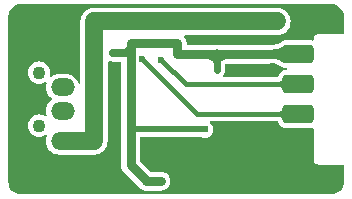
<source format=gbl>
G04*
G04 #@! TF.GenerationSoftware,Altium Limited,Altium Designer,22.3.1 (43)*
G04*
G04 Layer_Physical_Order=2*
G04 Layer_Color=15428901*
%FSTAX25Y25*%
%MOIN*%
G70*
G04*
G04 #@! TF.SameCoordinates,AA438D0C-BAC3-434F-BC1F-4FEAB2FC06D2*
G04*
G04*
G04 #@! TF.FilePolarity,Positive*
G04*
G01*
G75*
%ADD12C,0.01968*%
G04:AMPARAMS|DCode=27|XSize=62.99mil|YSize=106.3mil|CornerRadius=15.75mil|HoleSize=0mil|Usage=FLASHONLY|Rotation=270.000|XOffset=0mil|YOffset=0mil|HoleType=Round|Shape=RoundedRectangle|*
%AMROUNDEDRECTD27*
21,1,0.06299,0.07480,0,0,270.0*
21,1,0.03150,0.10630,0,0,270.0*
1,1,0.03150,-0.03740,-0.01575*
1,1,0.03150,-0.03740,0.01575*
1,1,0.03150,0.03740,0.01575*
1,1,0.03150,0.03740,-0.01575*
%
%ADD27ROUNDEDRECTD27*%
%ADD47C,0.02362*%
%ADD48C,0.01575*%
%ADD49C,0.03150*%
%ADD51C,0.05906*%
%ADD52C,0.02756*%
%ADD53C,0.02559*%
%ADD54O,0.07874X0.05906*%
%ADD55O,0.15000X0.06000*%
%ADD56C,0.04331*%
%ADD57C,0.02400*%
%ADD58C,0.02362*%
G36*
X0110299Y0065068D02*
X0111073Y0064833D01*
X0111785Y0064452D01*
X011241Y0063939D01*
X0112923Y0063315D01*
X0113304Y0062602D01*
X0113539Y0061828D01*
X0113616Y0061046D01*
X0113613Y0061024D01*
Y0055251D01*
X01053D01*
X0104838Y0055191D01*
X0104406Y0055012D01*
X0104036Y0054728D01*
X0103752Y0054358D01*
X0103574Y0053927D01*
X0103513Y0053465D01*
Y0053303D01*
X0103097Y0053025D01*
X0102898Y0053108D01*
X0102076Y0053216D01*
X0094595D01*
X0093773Y0053108D01*
X0093248Y0052891D01*
X0093243Y0052889D01*
X0093235Y0052885D01*
X0093007Y005279D01*
X0092883Y0052695D01*
X0092878Y0052693D01*
X0092558Y0052462D01*
X0092274Y0052283D01*
X009199Y0052127D01*
X0091703Y0051994D01*
X0091413Y0051882D01*
X0091118Y0051791D01*
X0090818Y0051721D01*
X0090511Y005167D01*
X0090219Y0051641D01*
X0061177D01*
Y0052265D01*
X0061068Y0053087D01*
X0060751Y0053853D01*
X0060397Y0054315D01*
X0060643Y0054815D01*
X00913D01*
X0092188Y0054902D01*
X0093041Y0055161D01*
X0093827Y0055582D01*
X0094517Y0056148D01*
X0095083Y0056837D01*
X0095503Y0057624D01*
X0095762Y0058477D01*
X009585Y0059365D01*
X0095762Y0060252D01*
X0095503Y0061106D01*
X0095083Y0061892D01*
X0094517Y0062581D01*
X0093827Y0063147D01*
X0093041Y0063568D01*
X0092188Y0063827D01*
X00913Y0063914D01*
X00303D01*
X0029412Y0063827D01*
X0028559Y0063568D01*
X0027772Y0063147D01*
X0027083Y0062581D01*
X0026517Y0061892D01*
X0026097Y0061106D01*
X0025838Y0060252D01*
X002575Y0059365D01*
Y0038645D01*
X0025251Y0038571D01*
X0025061Y0039195D01*
X0024641Y0039981D01*
X0024075Y004067D01*
X0023386Y0041236D01*
X0022599Y0041657D01*
X0021746Y0041916D01*
X0020858Y0042003D01*
X001889D01*
X0018002Y0041916D01*
X0017149Y0041657D01*
X0016362Y0041236D01*
X0016015Y0040951D01*
X001558Y0041241D01*
X0015686Y004159D01*
X0015758Y0042323D01*
X0015686Y0043056D01*
X0015472Y0043761D01*
X0015125Y0044411D01*
X0014658Y004498D01*
X0014088Y0045448D01*
X0013438Y0045795D01*
X0012733Y0046009D01*
X0012Y0046081D01*
X0011267Y0046009D01*
X0010562Y0045795D01*
X0009912Y0045448D01*
X0009342Y004498D01*
X0008875Y0044411D01*
X0008528Y0043761D01*
X0008314Y0043056D01*
X0008242Y0042323D01*
X0008314Y004159D01*
X0008528Y0040885D01*
X0008875Y0040235D01*
X0009342Y0039665D01*
X0009912Y0039198D01*
X0010562Y0038851D01*
X0011267Y0038637D01*
X0012Y0038565D01*
X0012733Y0038637D01*
X0013438Y0038851D01*
X0014088Y0039198D01*
X0014191Y0039282D01*
X0014625Y0038992D01*
X0014428Y0038341D01*
X001434Y0037454D01*
X0014428Y0036566D01*
X0014687Y0035713D01*
X0015107Y0034926D01*
X0015673Y0034237D01*
X0016172Y0033827D01*
X0016207Y003374D01*
Y0033293D01*
X0016172Y0033206D01*
X0015673Y0032796D01*
X0015107Y0032107D01*
X0014687Y0031321D01*
X0014428Y0030467D01*
X001434Y0029579D01*
X0014428Y0028692D01*
X0014534Y0028343D01*
X0014191Y0027755D01*
X0014088Y0027731D01*
X0013438Y0028078D01*
X0012733Y0028292D01*
X0012Y0028365D01*
X0011267Y0028292D01*
X0010562Y0028078D01*
X0009912Y0027731D01*
X0009342Y0027264D01*
X0008875Y0026694D01*
X0008528Y0026044D01*
X0008314Y0025339D01*
X0008242Y0024606D01*
X0008314Y0023873D01*
X0008528Y0023168D01*
X0008875Y0022518D01*
X0009342Y0021949D01*
X0009912Y0021481D01*
X0010562Y0021134D01*
X0011267Y002092D01*
X0012Y0020848D01*
X0012733Y002092D01*
X0013438Y0021134D01*
X0014088Y0021481D01*
X0014358Y0021703D01*
X0014752Y0021379D01*
X0014687Y0021258D01*
X0014428Y0020404D01*
X001434Y0019516D01*
X0014428Y0018629D01*
X0014687Y0017775D01*
X0015107Y0016989D01*
X0015673Y00163D01*
X0016362Y0015734D01*
X0017149Y0015313D01*
X0018002Y0015055D01*
X001889Y0014967D01*
X00303D01*
X0031187Y0015055D01*
X0032041Y0015313D01*
X0032827Y0015734D01*
X0033517Y00163D01*
X0034083Y0016989D01*
X0034503Y0017775D01*
X0034762Y0018629D01*
X003485Y0019516D01*
Y0045994D01*
X003535Y0046286D01*
X0035829Y0046088D01*
X00366Y0045986D01*
X0039323D01*
Y00234D01*
Y00115D01*
X0039432Y0010678D01*
X0039749Y0009912D01*
X0040254Y0009254D01*
X0044799Y0004708D01*
X0044859Y0004563D01*
X0045364Y0003906D01*
X0046022Y0003401D01*
X0046788Y0003083D01*
X004761Y0002975D01*
X0052637D01*
X005346Y0003083D01*
X0054226Y0003401D01*
X0054884Y0003906D01*
X0055388Y0004563D01*
X0055706Y000533D01*
X0055814Y0006152D01*
X0055706Y0006974D01*
X0055388Y000774D01*
X0054884Y0008398D01*
X0054226Y0008903D01*
X005346Y000922D01*
X0052637Y0009329D01*
X0049164D01*
X0045677Y0012816D01*
Y0020783D01*
X006618D01*
X0066476Y0020661D01*
X00672Y0020566D01*
X0067924Y0020661D01*
X0068599Y0020941D01*
X0069179Y0021386D01*
X0069624Y0021965D01*
X0069903Y002264D01*
X0069999Y0023365D01*
X0069903Y0024089D01*
X0069624Y0024764D01*
X0069179Y0025344D01*
X0068868Y0025582D01*
X0069038Y0026082D01*
X0091525D01*
X0091527Y0026068D01*
X0091844Y0025301D01*
X0092349Y0024644D01*
X0093007Y0024139D01*
X0093773Y0023821D01*
X0094595Y0023713D01*
X0102076D01*
X0102898Y0023821D01*
X0103097Y0023904D01*
X0103513Y0023626D01*
Y0013465D01*
X0103574Y0013002D01*
X0103752Y0012571D01*
X0104036Y0012201D01*
X0104406Y0011917D01*
X0104838Y0011738D01*
X01053Y0011678D01*
X0113613D01*
Y0005906D01*
X0113616Y0005883D01*
X0113539Y0005101D01*
X0113304Y0004327D01*
X0112923Y0003615D01*
X011241Y000299D01*
X0111785Y0002477D01*
X0111073Y0002096D01*
X0110299Y0001861D01*
X0109978Y0001829D01*
X0109494Y0001787D01*
X0109494Y0001787D01*
X0109005Y0001787D01*
X0005906D01*
X0005883Y0001784D01*
X0005101Y0001861D01*
X0004327Y0002096D01*
X0003615Y0002477D01*
X000299Y000299D01*
X0002477Y0003615D01*
X0002096Y0004327D01*
X0001861Y0005101D01*
X0001829Y0005422D01*
X0001787Y0005906D01*
X0001787Y0005906D01*
X0001787Y0006395D01*
Y0061024D01*
X0001784Y0061046D01*
X0001861Y0061828D01*
X0002096Y0062602D01*
X0002477Y0063315D01*
X000299Y0063939D01*
X0003615Y0064452D01*
X0004327Y0064833D01*
X0005101Y0065068D01*
X0005422Y00651D01*
X0005906Y0065142D01*
X0005906Y0065142D01*
X0006395Y0065142D01*
X0109494D01*
X0109517Y0065145D01*
X0110299Y0065068D01*
D02*
G37*
G36*
X0093807Y0045525D02*
X0093448Y0045784D01*
X009308Y0046016D01*
X0092706Y0046221D01*
X0092323Y0046398D01*
X0091933Y0046549D01*
X0091536Y0046671D01*
X009113Y0046767D01*
X0090718Y0046835D01*
X0090297Y0046876D01*
X0089869Y004689D01*
Y0050039D01*
X0090297Y0050053D01*
X0090718Y0050094D01*
X009113Y0050162D01*
X0091536Y0050258D01*
X0091933Y0050381D01*
X0092323Y0050531D01*
X0092706Y0050708D01*
X009308Y0050913D01*
X0093448Y0051145D01*
X0093807Y0051405D01*
Y0045525D01*
D02*
G37*
G36*
X0075631Y004689D02*
X0075032Y0046874D01*
X0074497Y0046829D01*
X0074024Y0046753D01*
X0073615Y0046646D01*
X0073269Y0046508D01*
X0072985Y0046341D01*
X0072764Y0046142D01*
X0072607Y0045914D01*
X0072513Y0045654D01*
X0072481Y0045365D01*
X0070119D01*
X0070087Y0045654D01*
X0069993Y0045914D01*
X0069835Y0046142D01*
X0069615Y0046341D01*
X0069332Y0046508D01*
X0068985Y0046646D01*
X0068576Y0046753D01*
X0068103Y0046829D01*
X0067568Y0046874D01*
X0066969Y004689D01*
X00713Y0050039D01*
X0075631Y004689D01*
D02*
G37*
G36*
X0047636Y0046687D02*
X0047651Y0046663D01*
X0047676Y004663D01*
X0047756Y0046536D01*
X0048035Y0046243D01*
X004813Y0046148D01*
X0047017Y0045034D01*
X0046462Y0045533D01*
X0047631Y0046703D01*
X0047636Y0046687D01*
D02*
G37*
G36*
X0053886Y0046637D02*
X0053901Y0046613D01*
X0053926Y004658D01*
X0054006Y0046486D01*
X0054285Y0046193D01*
X005438Y0046098D01*
X0053267Y0044984D01*
X0052712Y0045483D01*
X0053881Y0046653D01*
X0053886Y0046637D01*
D02*
G37*
G36*
X0090511Y0045259D02*
X0090818Y0045209D01*
X0091118Y0045138D01*
X0091413Y0045047D01*
X0091703Y0044935D01*
X009199Y0044802D01*
X0092274Y0044646D01*
X0092558Y0044467D01*
X0092878Y0044236D01*
X0092883Y0044234D01*
X0093007Y0044139D01*
X0093235Y0044044D01*
X0093243Y004404D01*
X0093248Y0044039D01*
X0093773Y0043821D01*
X0094595Y0043713D01*
Y0043216D01*
X0093773Y0043108D01*
X0093007Y004279D01*
X0092349Y0042286D01*
X0091844Y0041628D01*
X0091527Y0040862D01*
X0091525Y0040847D01*
X007358D01*
X0073379Y0041347D01*
X0073707Y0041775D01*
X0073985Y0042445D01*
X007408Y0043165D01*
Y0045121D01*
X007411Y0045133D01*
X0074352Y0045196D01*
X0074691Y0045251D01*
X007512Y0045288D01*
X0090219D01*
X0090511Y0045259D01*
D02*
G37*
G36*
X0093031Y003689D02*
X0093015Y0037039D01*
X0092967Y0037173D01*
X0092888Y0037291D01*
X0092777Y0037394D01*
X0092634Y003748D01*
X009246Y0037551D01*
X0092253Y0037606D01*
X0092015Y0037646D01*
X0091746Y0037669D01*
X0091444Y0037677D01*
Y0039252D01*
X0091746Y003926D01*
X0092015Y0039283D01*
X0092253Y0039323D01*
X009246Y0039378D01*
X0092634Y0039448D01*
X0092777Y0039535D01*
X0092888Y0039637D01*
X0092967Y0039755D01*
X0093015Y0039889D01*
X0093031Y0040038D01*
X0093031Y003689D01*
D02*
G37*
G36*
Y002689D02*
X0093015Y0027039D01*
X0092967Y0027173D01*
X0092888Y0027291D01*
X0092777Y0027394D01*
X0092634Y002748D01*
X009246Y0027551D01*
X0092253Y0027606D01*
X0092015Y0027646D01*
X0091746Y0027669D01*
X0091444Y0027677D01*
Y0029252D01*
X0091746Y002926D01*
X0092015Y0029283D01*
X0092253Y0029323D01*
X009246Y0029378D01*
X0092634Y0029448D01*
X0092777Y0029535D01*
X0092888Y0029637D01*
X0092967Y0029755D01*
X0093015Y0029888D01*
X0093031Y0030038D01*
X0093031Y002689D01*
D02*
G37*
D12*
X00425Y00234D02*
X0042535Y0023365D01*
X00672D01*
D27*
X0098335Y0048465D02*
D03*
Y0038465D02*
D03*
Y0028465D02*
D03*
Y0018465D02*
D03*
D47*
X00713Y0045365D02*
Y0048465D01*
Y0043165D02*
Y0045365D01*
D48*
X004645Y0046715D02*
X00647Y0028465D01*
X0098335D01*
X00609Y0038465D02*
X0098335D01*
X00527Y0046665D02*
X00527D01*
X00609Y0038465D01*
D49*
X00425Y00115D02*
X0047848Y0006152D01*
X0052637D01*
X004761D02*
X0047848D01*
X00425Y00234D02*
Y005042D01*
Y00115D02*
Y00234D01*
Y005042D02*
Y0052265D01*
X0058D01*
X00713Y0048465D02*
X0098335D01*
X0058D02*
X00713D01*
X0058D02*
Y0052265D01*
D51*
X00303Y0059365D02*
X00913D01*
X0019874Y0019516D02*
X00303D01*
Y0059365D01*
D52*
X00366Y0048965D02*
X0041045D01*
X00425Y005042D01*
D53*
X0087753Y0005466D02*
D03*
X0094446D02*
D03*
D54*
X0019874Y0047517D02*
D03*
Y0037454D02*
D03*
Y0029579D02*
D03*
Y0019516D02*
D03*
D55*
X0012Y0056693D02*
D03*
Y0010236D02*
D03*
D56*
Y0042323D02*
D03*
Y0024606D02*
D03*
D57*
X0039612Y0048965D02*
D03*
X005275Y0006265D02*
D03*
X004761Y0006152D02*
D03*
X00672Y0023365D02*
D03*
D58*
X0037Y00245D02*
D03*
X0066Y0014465D02*
D03*
X0079D02*
D03*
X0075D02*
D03*
X0023Y0054465D02*
D03*
Y0058465D02*
D03*
Y0062465D02*
D03*
X0006Y0037465D02*
D03*
Y0033465D02*
D03*
Y0029465D02*
D03*
Y0025465D02*
D03*
Y0021465D02*
D03*
Y0017465D02*
D03*
X0072Y0053465D02*
D03*
X0067Y0052465D02*
D03*
X0082Y0053465D02*
D03*
X0086D02*
D03*
X009Y00445D02*
D03*
X009Y0053465D02*
D03*
X0104Y0062465D02*
D03*
X0107Y0057465D02*
D03*
X0111D02*
D03*
Y0061465D02*
D03*
X0091Y0008465D02*
D03*
X0078Y0004865D02*
D03*
X0072Y0003065D02*
D03*
Y0006365D02*
D03*
X0036Y0009465D02*
D03*
X0023Y0008465D02*
D03*
X0015Y0004465D02*
D03*
X0019D02*
D03*
X0023D02*
D03*
X0089Y0012465D02*
D03*
X0093D02*
D03*
X0102D02*
D03*
X0107Y0004465D02*
D03*
X0103Y0008465D02*
D03*
X0107D02*
D03*
X0111D02*
D03*
Y0004465D02*
D03*
X0043Y0037465D02*
D03*
X00713Y0045365D02*
D03*
X00366Y0048965D02*
D03*
X00885Y0057965D02*
D03*
Y0060965D02*
D03*
X0085D02*
D03*
Y0057965D02*
D03*
X00815D02*
D03*
Y0060965D02*
D03*
X00785Y0059365D02*
D03*
X00913D02*
D03*
X004645Y0046715D02*
D03*
X00527Y0046665D02*
D03*
M02*

</source>
